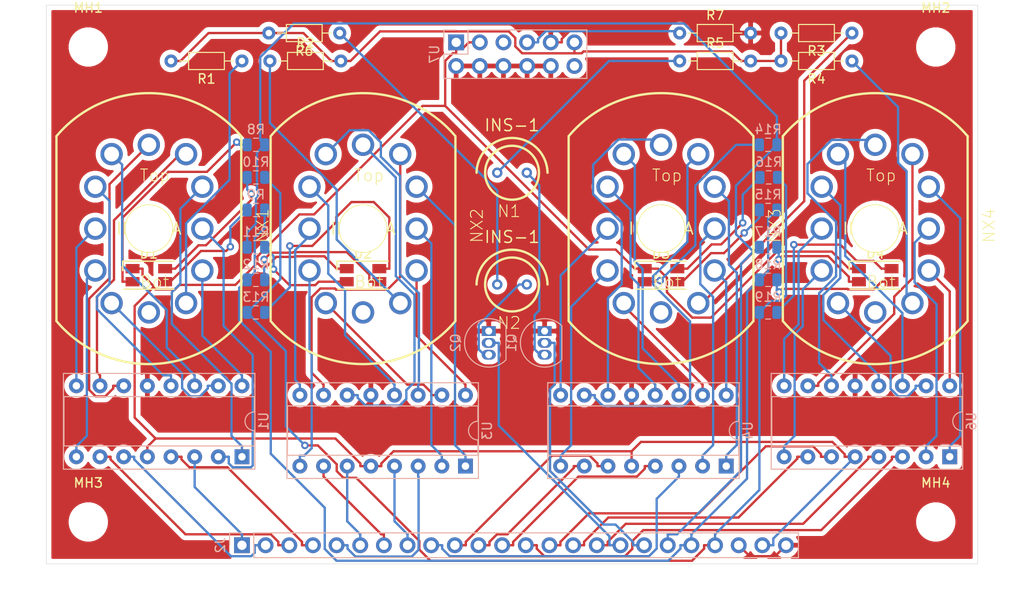
<source format=kicad_pcb>
(kicad_pcb (version 20240108) (generator "pcbnew") (generator_version "8.0")
  (layers (0 "F.Cu" signal) (31 "B.Cu" signal) (34 "B.Paste" user) (35 "F.Paste" user) (36 "B.SilkS" user "B.Silkscreen") (37 "F.SilkS" user "F.Silkscreen") (38 "B.Mask" user) (39 "F.Mask" user) (44 "Edge.Cuts" user))
  (net 0 "")
  (net 1 "GND")
  (net 2 "+5V")
  (net 3 "Net-(N1-PadA)")
  (net 4 "Net-(N1-PadK)")
  (net 5 "Net-(N2-PadK)")
  (net 6 "Net-(N2-PadA)")
  (net 7 "Net-(NX1-PadA)")
  (net 8 "Net-(NX1-Pad9)")
  (net 9 "Net-(NX1-Pad8)")
  (net 10 "Net-(NX1-Pad7)")
  (net 11 "Net-(NX1-Pad6)")
  (net 12 "Net-(NX1-Pad5)")
  (net 13 "Net-(NX1-Pad4)")
  (net 14 "Net-(NX1-Pad3)")
  (net 15 "Net-(NX1-Pad2)")
  (net 16 "Net-(NX1-Pad1)")
  (net 17 "Net-(NX1-Pad0)")
  (net 18 "Net-(NX2-Pad0)")
  (net 19 "Net-(NX2-Pad1)")
  (net 20 "Net-(NX2-Pad2)")
  (net 21 "Net-(NX2-Pad3)")
  (net 22 "Net-(NX2-Pad4)")
  (net 23 "Net-(NX2-Pad5)")
  (net 24 "Net-(NX2-Pad6)")
  (net 25 "Net-(NX2-Pad7)")
  (net 26 "Net-(NX2-Pad8)")
  (net 27 "Net-(NX2-Pad9)")
  (net 28 "Net-(NX2-PadA)")
  (net 29 "Net-(NX3-PadA)")
  (net 30 "Net-(NX3-Pad9)")
  (net 31 "Net-(NX3-Pad8)")
  (net 32 "Net-(NX3-Pad7)")
  (net 33 "Net-(NX3-Pad6)")
  (net 34 "Net-(NX3-Pad5)")
  (net 35 "Net-(NX3-Pad4)")
  (net 36 "Net-(NX3-Pad3)")
  (net 37 "Net-(NX3-Pad2)")
  (net 38 "Net-(NX3-Pad1)")
  (net 39 "Net-(NX3-Pad0)")
  (net 40 "Net-(NX4-Pad0)")
  (net 41 "Net-(NX4-Pad1)")
  (net 42 "Net-(NX4-Pad2)")
  (net 43 "Net-(NX4-Pad3)")
  (net 44 "Net-(NX4-Pad4)")
  (net 45 "Net-(NX4-Pad5)")
  (net 46 "Net-(NX4-Pad6)")
  (net 47 "Net-(NX4-Pad7)")
  (net 48 "Net-(NX4-Pad8)")
  (net 49 "Net-(NX4-Pad9)")
  (net 50 "Net-(NX4-PadA)")
  (net 51 "Net-(R1-Pad2)")
  (net 52 "Net-(R7-Pad1)")
  (net 53 "Net-(U7-Pad5)")
  (net 54 "Net-(U7-Pad12)")
  (net 55 "Net-(J2-Pad1)")
  (net 56 "Net-(J2-Pad2)")
  (net 57 "Net-(J2-Pad3)")
  (net 58 "Net-(J2-Pad4)")
  (net 59 "Net-(J2-Pad5)")
  (net 60 "Net-(J2-Pad6)")
  (net 61 "Net-(J2-Pad7)")
  (net 62 "Net-(J2-Pad8)")
  (net 63 "Net-(J2-Pad9)")
  (net 64 "Net-(J2-Pad10)")
  (net 65 "Net-(J2-Pad11)")
  (net 66 "Net-(J2-Pad12)")
  (net 67 "Net-(J2-Pad13)")
  (net 68 "Net-(J2-Pad14)")
  (net 69 "Net-(J2-Pad15)")
  (net 70 "Net-(J2-Pad16)")
  (net 71 "Net-(J2-Pad17)")
  (net 72 "Net-(J2-Pad18)")
  (net 73 "Net-(D1-Pad3)")
  (net 74 "Net-(D1-Pad4)")
  (net 75 "Net-(D1-Pad2)")
  (net 76 "Net-(D2-Pad2)")
  (net 77 "Net-(D2-Pad4)")
  (net 78 "Net-(D2-Pad3)")
  (net 79 "Net-(D3-Pad3)")
  (net 80 "Net-(D3-Pad4)")
  (net 81 "Net-(D3-Pad2)")
  (net 82 "Net-(D4-Pad2)")
  (net 83 "Net-(D4-Pad4)")
  (net 84 "Net-(D4-Pad3)")
  (net 85 "/R")
  (net 86 "/G")
  (net 87 "/B")
  (footprint "Nixies:INS-1" (layer "F.Cu") (at 150 68)
    (property "Reference" "N1")
    (property "Value" "INS-1")
  )
  (footprint "Nixies:INS-1" (layer "F.Cu") (at 150 80)
    (property "Reference" "N2")
    (property "Value" "INS-1")
  )
  (footprint "Resistor_THT:R_Axial_DIN0204_L3.6mm_D1.6mm_P7.62mm_Horizontal" (layer "F.Cu") (at 121 56 180)
    (property "Reference" "R1")
    (property "Value" "15k")
  )
  (footprint "Resistor_THT:R_Axial_DIN0204_L3.6mm_D1.6mm_P7.62mm_Horizontal" (layer "F.Cu") (at 186.5 53 180)
    (property "Reference" "R3")
    (property "Value" "15k")
  )
  (footprint "Resistor_THT:R_Axial_DIN0204_L3.6mm_D1.6mm_P7.62mm_Horizontal" (layer "F.Cu") (at 186.5 56 180)
    (property "Reference" "R4")
    (property "Value" "15k")
  )
  (footprint "Resistor_THT:R_Axial_DIN0204_L3.6mm_D1.6mm_P7.62mm_Horizontal" (layer "F.Cu") (at 168 56)
    (property "Reference" "R5")
    (property "Value" "220k")
  )
  (footprint "Resistor_THT:R_Axial_DIN0204_L3.6mm_D1.6mm_P7.62mm_Horizontal" (layer "F.Cu") (at 168 53)
    (property "Reference" "R7")
    (property "Value" "47k")
  )
  (footprint "LED_SMD:LED_RGB_1210" (layer "F.Cu") (at 111 79)
    (property "Reference" "D1")
    (property "Value" "LED_ARGB")
  )
  (footprint "LED_SMD:LED_RGB_1210" (layer "F.Cu") (at 134 79)
    (property "Reference" "D2")
    (property "Value" "LED_ARGB")
  )
  (footprint "LED_SMD:LED_RGB_1210" (layer "F.Cu") (at 166 79)
    (property "Reference" "D3")
    (property "Value" "LED_ARGB")
  )
  (footprint "LED_SMD:LED_RGB_1210" (layer "F.Cu") (at 189 79)
    (property "Reference" "D4")
    (property "Value" "LED_ARGB")
  )
  (footprint "Nixies:nixies-us-IN-12-DSUB" (layer "F.Cu") (at 111 74)
    (property "Reference" "NX1")
    (property "Value" "IN-12A")
  )
  (footprint "Nixies:nixies-us-IN-12-DSUB" (layer "F.Cu") (at 134 74)
    (property "Reference" "NX2")
    (property "Value" "IN-12A")
  )
  (footprint "Nixies:nixies-us-IN-12-DSUB" (layer "F.Cu") (at 189 74)
    (property "Reference" "NX4")
    (property "Value" "IN-12A")
  )
  (footprint "Nixies:nixies-us-IN-12-DSUB" (layer "F.Cu") (at 166 74)
    (property "Reference" "NX3")
    (property "Value" "IN-12A")
  )
  (footprint "Resistor_THT:R_Axial_DIN0204_L3.6mm_D1.6mm_P7.62mm_Horizontal" (layer "F.Cu") (at 131.5 53 180)
    (property "Reference" "R6")
    (property "Value" "220k")
  )
  (footprint "Resistor_THT:R_Axial_DIN0204_L3.6mm_D1.6mm_P7.62mm_Horizontal" (layer "F.Cu") (at 124 56)
    (property "Reference" "R2")
    (property "Value" "15k")
  )
  (footprint "MountingHole:MountingHole_3.2mm_M3" (layer "F.Cu") (at 195.5 54.5)
    (property "Reference" "MH2")
    (property "Value" "MountingHole_3.2mm_M3")
  )
  (footprint "MountingHole:MountingHole_3.2mm_M3" (layer "F.Cu") (at 195.5 105.5)
    (property "Reference" "MH4")
    (property "Value" "MountingHole_3.2mm_M3")
  )
  (footprint "MountingHole:MountingHole_3.2mm_M3" (layer "F.Cu") (at 104.5 105.5)
    (property "Reference" "MH3")
    (property "Value" "MountingHole_3.2mm_M3")
  )
  (footprint "MountingHole:MountingHole_3.2mm_M3" (layer "F.Cu") (at 104.5 54.5)
    (property "Reference" "MH1")
    (property "Value" "MountingHole_3.2mm_M3")
  )
  (footprint "Package_TO_SOT_THT:TO-92_Inline" (layer "B.Cu") (at 153.5 85 -90)
    (property "Reference" "Q1")
    (property "Value" "MPSA42")
  )
  (footprint "Package_TO_SOT_THT:TO-92_Inline" (layer "B.Cu") (at 147.5 85 -90)
    (property "Reference" "Q2")
    (property "Value" "MPSA42")
  )
  (footprint "Package_DIP:DIP-16_W7.62mm_Socket" (layer "B.Cu") (at 197 98.5 90)
    (property "Reference" "U6")
    (property "Value" "74141")
  )
  (footprint "Connector_PinHeader_2.54mm:PinHeader_2x06_P2.54mm_Vertical" (layer "B.Cu") (at 144 54 -90)
    (property "Reference" "U7")
    (property "Value" "POWER-1363")
  )
  (footprint "Resistor_SMD:R_0805_2012Metric" (layer "B.Cu") (at 177.5 65)
    (property "Reference" "R14")
    (property "Value" "100")
  )
  (footprint "Resistor_SMD:R_0805_2012Metric" (layer "B.Cu") (at 122.5 68.5)
    (property "Reference" "R10")
    (property "Value" "150")
  )
  (footprint "Resistor_SMD:R_0805_2012Metric" (layer "B.Cu") (at 122.5 76 180)
    (property "Reference" "R11")
    (property "Value" "100")
  )
  (footprint "Resistor_SMD:R_0805_2012Metric" (layer "B.Cu") (at 122.5 79.5 180)
    (property "Reference" "R12")
    (property "Value" "150")
  )
  (footprint "Resistor_SMD:R_0805_2012Metric" (layer "B.Cu") (at 122.5 83 180)
    (property "Reference" "R13")
    (property "Value" "150")
  )
  (footprint "Resistor_SMD:R_0805_2012Metric" (layer "B.Cu") (at 177.5 76 180)
    (property "Reference" "R17")
    (property "Value" "100")
  )
  (footprint "Resistor_SMD:R_0805_2012Metric" (layer "B.Cu") (at 177.5 79.5 180)
    (property "Reference" "R18")
    (property "Value" "150")
  )
  (footprint "Resistor_SMD:R_0805_2012Metric" (layer "B.Cu") (at 177.5 83 180)
    (property "Reference" "R19")
    (property "Value" "150")
  )
  (footprint "Connector_PinHeader_2.54mm:PinHeader_1x24_P2.54mm_Vertical" (layer "B.Cu") (at 121 108 -90)
    (property "Reference" "J2")
    (property "Value" "Conn_01x24_Male")
  )
  (footprint "Resistor_SMD:R_0805_2012Metric" (layer "B.Cu") (at 177.562 68.5)
    (property "Reference" "R16")
    (property "Value" "150")
  )
  (footprint "Resistor_SMD:R_0805_2012Metric" (layer "B.Cu") (at 177.5 72)
    (property "Reference" "R15")
    (property "Value" "150")
  )
  (footprint "Resistor_SMD:R_0805_2012Metric" (layer "B.Cu") (at 122.5 72)
    (property "Reference" "R9")
    (property "Value" "150")
  )
  (footprint "Resistor_SMD:R_0805_2012Metric" (layer "B.Cu") (at 122.5 65)
    (property "Reference" "R8")
    (property "Value" "100")
  )
  (footprint "Package_DIP:DIP-16_W7.62mm_Socket" (layer "B.Cu") (at 121 98.5 90)
    (property "Reference" "U1")
    (property "Value" "74141")
  )
  (footprint "Package_DIP:DIP-16_W7.62mm_Socket" (layer "B.Cu") (at 145 99.5 90)
    (property "Reference" "U3")
    (property "Value" "74141")
  )
  (footprint "Package_DIP:DIP-16_W7.62mm_Socket" (layer "B.Cu") (at 173 99.5 90)
    (property "Reference" "U4")
    (property "Value" "74141")
  )
  (gr_line (start 100 110) (end 100 50) (stroke (width 0.05)) (layer "Edge.Cuts"))
  (gr_line (start 200 50) (end 200 110) (stroke (width 0.05)) (layer "Edge.Cuts"))
  (gr_line (start 100 50) (end 200 50) (stroke (width 0.05)) (layer "Edge.Cuts"))
  (gr_line (start 100 110) (end 200 110) (stroke (width 0.05)) (layer "Edge.Cuts"))
  (segment (start 178.570001 108.849999) (end 179.42 108) (width 0.25) (layer "F.Cu") (net 1))
  (segment (start 154.16 54) (end 155.3353 54) (width 0.25) (layer "F.Cu") (net 1))
  (segment (start 174.34 108) (end 175.515001 109.175001) (width 0.25) (layer "F.Cu") (net 1))
  (segment (start 155.3353 53.6327) (end 156.9933 51.9747) (width 0.25) (layer "F.Cu") (net 1))
  (segment (start 173.5694 51.9747) (end 174.5947 53) (width 0.25) (layer "F.Cu") (net 1))
  (segment (start 178.244999 109.175001) (end 178.570001 108.849999) (width 0.25) (layer "F.Cu") (net 1))
  (segment (start 135.4027 91.88) (end 134.268 93.0147) (width 0.25) (layer "F.Cu") (net 1))
  (segment (start 155.3353 54) (end 155.3353 53.6327) (width 0.25) (layer "F.Cu") (net 1))
  (segment (start 134.84 91.88) (end 135.4027 91.88) (width 0.25) (layer "F.Cu") (net 1))
  (segment (start 175.515001 109.175001) (end 178.244999 109.175001) (width 0.25) (layer "F.Cu") (net 1))
  (segment (start 175.62 53) (end 174.5947 53) (width 0.25) (layer "F.Cu") (net 1))
  (segment (start 156.9933 51.9747) (end 173.5694 51.9747) (width 0.25) (layer "F.Cu") (net 1))
  (segment (start 169.3585 83.5587) (end 171.362 83.5587) (width 0.25) (layer "F.Cu") (net 2))
  (segment (start 113.8061 80.5354) (end 114.296 80.0455) (width 0.25) (layer "F.Cu") (net 2))
  (segment (start 161.1238 76.2491) (end 163.1747 78.3) (width 0.25) (layer "F.Cu") (net 2))
  (segment (start 122.6513 77.6866) (end 122.6513 76.9949) (width 0.25) (layer "F.Cu") (net 2))
  (segment (start 127.1705 72.4757) (end 128.7418 72.4757) (width 0.25) (layer "F.Cu") (net 2))
  (segment (start 184.3447 76.47) (end 186.1747 78.3) (width 0.25) (layer "F.Cu") (net 2))
  (segment (start 146.54 54) (end 145.3647 54) (width 0.25) (layer "F.Cu") (net 2))
  (segment (start 111.4809 80.1421) (end 110.3253 78.9865) (width 0.25) (layer "F.Cu") (net 2))
  (segment (start 109.25 78.3) (end 110.3253 78.3) (width 0.25) (layer "F.Cu") (net 2))
  (segment (start 178.4507 76.47) (end 184.3447 76.47) (width 0.25) (layer "F.Cu") (net 2))
  (segment (start 109.4757 94.2898) (end 109.4757 82.3053) (width 0.25) (layer "F.Cu") (net 2))
  (segment (start 158.2492 76.2491) (end 161.1238 76.2491) (width 0.25) (layer "F.Cu") (net 2))
  (segment (start 111.7241 96.5382) (end 109.4757 94.2898) (width 0.25) (layer "F.Cu") (net 2))
  (segment (start 134.84 99.5) (end 135.9653 99.5) (width 0.25) (layer "F.Cu") (net 2))
  (segment (start 144 54.5876) (end 144 55.1753) (width 0.25) (layer "F.Cu") (net 2))
  (segment (start 109.4757 82.3053) (end 111.4809 80.3001) (width 0.25) (layer "F.Cu") (net 2))
  (segment (start 162.84 97.9078) (end 162.84 98.3747) (width 0.25) (layer "F.Cu") (net 2))
  (segment (start 124.6872 77.0367) (end 123.6583 78.0656) (width 0.25) (layer "F.Cu") (net 2))
  (segment (start 171.362 83.5587) (end 178.4507 76.47) (width 0.25) (layer "F.Cu") (net 2))
  (segment (start 137.2762 97.9078) (end 135.9653 99.2187) (width 0.25) (layer "F.Cu") (net 2))
  (segment (start 142.8237 60.8236) (end 142.8237 55.9843) (width 0.25) (layer "F.Cu") (net 2))
  (segment (start 133.7147 99.5) (end 133.7147 99.2187) (width 0.25) (layer "F.Cu") (net 2))
  (segment (start 166.6357 79.2813) (end 166.6357 80.8359) (width 0.25) (layer "F.Cu") (net 2))
  (segment (start 186.84 98.5) (end 185.7147 98.5) (width 0.25) (layer "F.Cu") (net 2))
  (segment (start 165.6544 78.3) (end 166.6357 79.2813) (width 0.25) (layer "F.Cu") (net 2))
  (segment (start 111.7162 80.5354) (end 113.8061 80.5354) (width 0.25) (layer "F.Cu") (net 2))
  (segment (start 162.84 97.9078) (end 163.8432 96.9046) (width 0.25) (layer "F.Cu") (net 2))
  (segment (start 143.6327 55.1753) (end 144 55.1753) (width 0.25) (layer "F.Cu") (net 2))
  (segment (start 142.8237 55.9843) (end 143.6327 55.1753) (width 0.25) (layer "F.Cu") (net 2))
  (segment (start 162.84 99.5) (end 162.84 98.3747) (width 0.25) (layer "F.Cu") (net 2))
  (segment (start 187.25 78.3) (end 186.1747 78.3) (width 0.25) (layer "F.Cu") (net 2))
  (segment (start 134.84 99.5) (end 133.7147 99.5) (width 0.25) (layer "F.Cu") (net 2))
  (segment (start 140.3939 60.8236) (end 142.8237 60.8236) (width 0.25) (layer "F.Cu") (net 2))
  (segment (start 126.6917 76.9728) (end 126.6278 77.0367) (width 0.25) (layer "F.Cu") (net 2))
  (segment (start 163.8432 96.9046) (end 184.4006 96.9046) (width 0.25) (layer "F.Cu") (net 2))
  (segment (start 126.6278 77.0367) (end 124.6872 77.0367) (width 0.25) (layer "F.Cu") (net 2))
  (segment (start 131.1747 78.3) (end 129.8475 76.9728) (width 0.25) (layer "F.Cu") (net 2))
  (segment (start 111.7241 96.5382) (end 110.84 97.4223) (width 0.25) (layer "F.Cu") (net 2))
  (segment (start 166.6357 80.8359) (end 169.3585 83.5587) (width 0.25) (layer "F.Cu") (net 2))
  (segment (start 132.25 78.3) (end 131.1747 78.3) (width 0.25) (layer "F.Cu") (net 2))
  (segment (start 185.7147 98.2187) (end 185.7147 98.5) (width 0.25) (layer "F.Cu") (net 2))
  (segment (start 135.9653 99.2187) (end 135.9653 99.5) (width 0.25) (layer "F.Cu") (net 2))
  (segment (start 123.6583 78.0656) (end 123.0303 78.0656) (width 0.25) (layer "F.Cu") (net 2))
  (segment (start 144 54) (end 144 54.5876) (width 0.25) (layer "F.Cu") (net 2))
  (segment (start 129.8475 76.9728) (end 126.6917 76.9728) (width 0.25) (layer "F.Cu") (net 2))
  (segment (start 165.3253 78.3) (end 165.6544 78.3) (width 0.25) (layer "F.Cu") (net 2))
  (segment (start 114.296 80.0455) (end 120.2924 80.0455) (width 0.25) (layer "F.Cu") (net 2))
  (segment (start 133.7147 99.2187) (end 131.0342 96.5382) (width 0.25) (layer "F.Cu") (net 2))
  (segment (start 111.4809 80.3001) (end 111.4809 80.1421) (width 0.25) (layer "F.Cu") (net 2))
  (segment (start 111.4809 80.3001) (end 111.7162 80.5354) (width 0.25) (layer "F.Cu") (net 2))
  (segment (start 164.25 78.3) (end 165.3253 78.3) (width 0.25) (layer "F.Cu") (net 2))
  (segment (start 110.3253 78.9865) (end 110.3253 78.3) (width 0.25) (layer "F.Cu") (net 2))
  (segment (start 184.4006 96.9046) (end 185.7147 98.2187) (width 0.25) (layer "F.Cu") (net 2))
  (segment (start 123.0303 78.0656) (end 122.6513 77.6866) (width 0.25) (layer "F.Cu") (net 2))
  (segment (start 131.0342 96.5382) (end 111.7241 96.5382) (width 0.25) (layer "F.Cu") (net 2))
  (segment (start 164.25 78.3) (end 163.1747 78.3) (width 0.25) (layer "F.Cu") (net 2))
  (segment (start 162.84 97.9078) (end 137.2762 97.9078) (width 0.25) (layer "F.Cu") (net 2))
  (segment (start 144 54.5876) (end 144.7771 54.5876) (width 0.25) (layer "F.Cu") (net 2))
  (segment (start 110.84 98.5) (end 110.84 97.4223) (width 0.25) (layer "F.Cu") (net 2))
  (segment (start 120.2924 80.0455) (end 122.6513 77.6866) (width 0.25) (layer "F.Cu") (net 2))
  (segment (start 128.7418 72.4757) (end 140.3939 60.8236) (width 0.25) (layer "F.Cu") (net 2))
  (segment (start 142.8237 60.8236) (end 158.2492 76.2491) (width 0.25) (layer "F.Cu") (net 2))
  (segment (start 122.6513 76.9949) (end 127.1705 72.4757) (width 0.25) (layer "F.Cu") (net 2))
  (segment (start 144.7771 54.5876) (end 145.3647 54) (width 0.25) (layer "F.Cu") (net 2))
  (segment (start 178.0553 107.2847) (end 186.84 98.5) (width 0.25) (layer "B.Cu") (net 2))
  (segment (start 176.88 108) (end 178.0553 108) (width 0.25) (layer "B.Cu") (net 2))
  (segment (start 178.0553 108) (end 178.0553 107.2847) (width 0.25) (layer "B.Cu") (net 2))
  (segment (start 168 56) (end 160.4125 56) (width 0.25) (layer "B.Cu") (net 3))
  (segment (start 160.4125 56) (end 148.4125 68) (width 0.25) (layer "B.Cu") (net 3))
  (segment (start 152.4246 83.2809) (end 152.9355 82.77) (width 0.25) (layer "B.Cu") (net 4))
  (segment (start 153.225 87.54) (end 153.5 87.54) (width 0.25) (layer "B.Cu") (net 4))
  (segment (start 153.225 87.54) (end 153 87.54) (width 0.25) (layer "B.Cu") (net 4))
  (segment (start 152.9355 82.77) (end 152.9355 69.348) (width 0.25) (layer "B.Cu") (net 4))
  (segment (start 152.9355 69.348) (end 151.5875 68) (width 0.25) (layer "B.Cu") (net 4))
  (segment (start 152.4246 86.9646) (end 152.4246 83.2809) (width 0.25) (layer "B.Cu") (net 4))
  (segment (start 153 87.54) (end 152.4246 86.9646) (width 0.25) (layer "B.Cu") (net 4))
  (segment (start 147 87.54) (end 146.4246 86.9646) (width 0.25) (layer "B.Cu") (net 5))
  (segment (start 147.225 87.54) (end 147 87.54) (width 0.25) (layer "B.Cu") (net 5))
  (segment (start 147.225 87.54) (end 147.5 87.54) (width 0.25) (layer "B.Cu") (net 5))
  (segment (start 150.7645 80) (end 151.5875 80) (width 0.25) (layer "B.Cu") (net 5))
  (segment (start 146.4246 84.3399) (end 150.7645 80) (width 0.25) (layer "B.Cu") (net 5))
  (segment (start 146.4246 86.9646) (end 146.4246 84.3399) (width 0.25) (layer "B.Cu") (net 5))
  (segment (start 148.4125 69.9125) (end 148.4125 80) (width 0.25) (layer "B.Cu") (net 6))
  (segment (start 131.5 53) (end 148.4125 69.9125) (width 0.25) (layer "B.Cu") (net 6))
  (segment (start 119.6712 68.7469) (end 119.6712 57.3288) (width 0.25) (layer "B.Cu") (net 7))
  (segment (start 114.998 81.9985) (end 114.998 73.4201) (width 0.25) (layer "B.Cu") (net 7))
  (segment (start 119.6712 57.3288) (end 121 56) (width 0.25) (layer "B.Cu") (net 7))
  (segment (start 114.998 73.4201) (end 119.6712 68.7469) (width 0.25) (layer "B.Cu") (net 7))
  (segment (start 119.0277 84.452) (end 119.0277 76.2797) (width 0.25) (layer "B.Cu") (net 8))
  (segment (start 122.1541 99.438) (end 122.1541 87.5784) (width 0.25) (layer "B.Cu") (net 8))
  (segment (start 119.5853 99.2033) (end 120.0074 99.6254) (width 0.25) (layer "B.Cu") (net 8))
  (segment (start 119.0277 76.2797) (end 116.748 74) (width 0.25) (layer "B.Cu") (net 8))
  (segment (start 122.1541 87.5784) (end 119.0277 84.452) (width 0.25) (layer "B.Cu") (net 8))
  (segment (start 118.46 98.5) (end 119.5853 98.5) (width 0.25) (layer "B.Cu") (net 8))
  (segment (start 121.9667 99.6254) (end 122.1541 99.438) (width 0.25) (layer "B.Cu") (net 8))
  (segment (start 119.5853 98.5) (end 119.5853 99.2033) (width 0.25) (layer "B.Cu") (net 8))
  (segment (start 120.0074 99.6254) (end 121.9667 99.6254) (width 0.25) (layer "B.Cu") (net 8))
  (segment (start 113.4737 80.8253) (end 114.388 79.911) (width 0.25) (layer "B.Cu") (net 9))
  (segment (start 113.4737 84.2514) (end 113.4737 80.8253) (width 0.25) (layer "B.Cu") (net 9))
  (segment (start 119.8747 96.2494) (end 119.8747 90.6524) (width 0.25) (layer "B.Cu") (net 9))
  (segment (start 114.388 71.8617) (end 116.748 69.5017) (width 0.25) (layer "B.Cu") (net 9))
  (segment (start 114.388 79.911) (end 114.388 71.8617) (width 0.25) (layer "B.Cu") (net 9))
  (segment (start 121 98.5) (end 121 97.3747) (width 0.25) (layer "B.Cu") (net 9))
  (segment (start 119.8747 90.6524) (end 113.4737 84.2514) (width 0.25) (layer "B.Cu") (net 9))
  (segment (start 121 97.3747) (end 119.8747 96.2494) (width 0.25) (layer "B.Cu") (net 9))
  (segment (start 114.3601 66.0015) (end 114.998 66.0015) (width 0.25) (layer "F.Cu") (net 10))
  (segment (start 105.76 89.7547) (end 105.4319 89.4266) (width 0.25) (layer "F.Cu") (net 10))
  (segment (start 105.4319 89.4266) (end 105.4319 81.3135) (width 0.25) (layer "F.Cu") (net 10))
  (segment (start 107.2581 79.4873) (end 107.2581 73.1035) (width 0.25) (layer "F.Cu") (net 10))
  (segment (start 105.4319 81.3135) (end 107.2581 79.4873) (width 0.25) (layer "F.Cu") (net 10))
  (segment (start 105.76 90.88) (end 105.76 89.7547) (width 0.25) (layer "F.Cu") (net 10))
  (segment (start 107.2581 73.1035) (end 114.3601 66.0015) (width 0.25) (layer "F.Cu") (net 10))
  (segment (start 105.2953 92.0164) (end 104.5907 91.3118) (width 0.25) (layer "F.Cu") (net 11))
  (segment (start 106.7763 79.3322) (end 106.7763 69.2245) (width 0.25) (layer "F.Cu") (net 11))
  (segment (start 104.5907 81.5178) (end 106.7763 79.3322) (width 0.25) (layer "F.Cu") (net 11))
  (segment (start 106.7763 69.2245) (end 111 65.0008) (width 0.25) (layer "F.Cu") (net 11))
  (segment (start 107.1747 91.1613) (end 106.3196 92.0164) (width 0.25) (layer "F.Cu") (net 11))
  (segment (start 104.5907 91.3118) (end 104.5907 81.5178) (width 0.25) (layer "F.Cu") (net 11))
  (segment (start 108.3 90.88) (end 107.1747 90.88) (width 0.25) (layer "F.Cu") (net 11))
  (segment (start 107.1747 90.88) (end 107.1747 91.1613) (width 0.25) (layer "F.Cu") (net 11))
  (segment (start 106.3196 92.0164) (end 105.2953 92.0164) (width 0.25) (layer "F.Cu") (net 11))
  (segment (start 108.1308 67.1303) (end 107.002 66.0015) (width 0.25) (layer "B.Cu") (net 12))
  (segment (start 112.925 82.7396) (end 108.1308 77.9454) (width 0.25) (layer "B.Cu") (net 12))
  (segment (start 115.92 89.7547) (end 112.925 86.7597) (width 0.25) (layer "B.Cu") (net 12))
  (segment (start 108.1308 77.9454) (end 108.1308 67.1303) (width 0.25) (layer "B.Cu") (net 12))
  (segment (start 115.92 90.88) (end 115.92 89.7547) (width 0.25) (layer "B.Cu") (net 12))
  (segment (start 112.925 86.7597) (end 112.925 82.7396) (width 0.25) (layer "B.Cu") (net 12))
  (segment (start 113.38 89.7547) (end 112.536 89.7547) (width 0.25) (layer "B.Cu") (net 13))
  (segment (start 105.4319 81.3135) (end 106.7765 79.9689) (width 0.25) (layer "B.Cu") (net 13))
  (segment (start 112.536 89.7547) (end 105.4319 82.6506) (width 0.25) (layer "B.Cu") (net 13))
  (segment (start 113.38 90.88) (end 113.38 89.7547) (width 0.25) (layer "B.Cu") (net 13))
  (segment (start 106.7765 71.0262) (end 105.252 69.5017) (width 0.25) (layer "B.Cu") (net 13))
  (segment (start 105.4319 82.6506) (end 105.4319 81.3135) (width 0.25) (layer "B.Cu") (net 13))
  (segment (start 106.7765 79.9689) (end 106.7765 71.0262) (width 0.25) (layer "B.Cu") (net 13))
  (segment (start 103.22 90.88) (end 103.22 76.032) (width 0.25) (layer "B.Cu") (net 14))
  (segment (start 103.22 76.032) (end 105.252 74) (width 0.25) (layer "B.Cu") (net 14))
  (segment (start 103.22 97.3747) (end 104.3453 96.2494) (width 0.25) (layer "B.Cu") (net 15))
  (segment (start 104.3453 96.2494) (end 104.3453 79.405) (width 0.25) (layer "B.Cu") (net 15))
  (segment (start 103.22 98.5) (end 103.22 97.3747) (width 0.25) (layer "B.Cu") (net 15))
  (segment (start 104.3453 79.405) (end 105.252 78.4983) (width 0.25) (layer "B.Cu") (net 15))
  (segment (start 118.46 90.88) (end 117.3347 90.88) (width 0.25) (layer "B.Cu") (net 16))
  (segment (start 114.5761 91.1372) (end 114.5761 89.5726) (width 0.25) (layer "B.Cu") (net 16))
  (segment (start 114.5761 89.5726) (end 107.002 81.9985) (width 0.25) (layer "B.Cu") (net 16))
  (segment (start 115.4553 92.0164) (end 114.5761 91.1372) (width 0.25) (layer "B.Cu") (net 16))
  (segment (start 117.3347 91.1613) (end 116.4796 92.0164) (width 0.25) (layer "B.Cu") (net 16))
  (segment (start 116.4796 92.0164) (end 115.4553 92.0164) (width 0.25) (layer "B.Cu") (net 16))
  (segment (start 117.3347 90.88) (end 117.3347 91.1613) (width 0.25) (layer "B.Cu") (net 16))
  (segment (start 121 90.88) (end 121 89.7547) (width 0.25) (layer "B.Cu") (net 17))
  (segment (start 121 89.7547) (end 116.748 85.5027) (width 0.25) (layer "B.Cu") (net 17))
  (segment (start 116.748 85.5027) (end 116.748 78.4983) (width 0.25) (layer "B.Cu") (net 17))
  (segment (start 139.748 78.4983) (end 139.748 85.5027) (width 0.25) (layer "F.Cu") (net 18))
  (segment (start 139.748 85.5027) (end 145 90.7547) (width 0.25) (layer "F.Cu") (net 18))
  (segment (start 145 91.88) (end 145 90.7547) (width 0.25) (layer "F.Cu") (net 18))
  (segment (start 142.46 91.88) (end 141.3347 91.88) (width 0.25) (layer "F.Cu") (net 19))
  (segment (start 140.4908 90.7547) (end 141.3347 91.5986) (width 0.25) (layer "F.Cu") (net 19))
  (segment (start 141.3347 91.5986) (end 141.3347 91.88) (width 0.25) (layer "F.Cu") (net 19))
  (segment (start 130.002 81.9985) (end 138.7582 90.7547) (width 0.25) (layer "F.Cu") (net 19))
  (segment (start 138.7582 90.7547) (end 140.4908 90.7547) (width 0.25) (layer "F.Cu") (net 19))
  (segment (start 127.22 98.3747) (end 127.6929 98.3747) (width 0.25) (layer "B.Cu") (net 20))
  (segment (start 128.4859 87.4768) (end 128.252 87.2429) (width 0.25) (layer "B.Cu") (net 20))
  (segment (start 127.6929 98.3747) (end 128.4859 97.5817) (width 0.25) (layer "B.Cu") (net 20))
  (segment (start 128.252 87.2429) (end 128.252 78.4983) (width 0.25) (layer "B.Cu") (net 20))
  (segment (start 127.22 99.5) (end 127.22 98.3747) (width 0.25) (layer "B.Cu") (net 20))
  (segment (start 128.4859 97.5817) (end 128.4859 87.4768) (width 0.25) (layer "B.Cu") (net 20))
  (segment (start 126.7155 90.2502) (end 126.7155 76.3121) (width 0.25) (layer "B.Cu") (net 21))
  (segment (start 126.7155 76.3121) (end 128.252 74.7756) (width 0.25) (layer "B.Cu") (net 21))
  (segment (start 128.252 74.7756) (end 128.252 74) (width 0.25) (layer "B.Cu") (net 21))
  (segment (start 127.22 91.88) (end 127.22 90.7547) (width 0.25) (layer "B.Cu") (net 21))
  (segment (start 127.22 90.7547) (end 126.7155 90.2502) (width 0.25) (layer "B.Cu") (net 21))
  (segment (start 130.267 71.5167) (end 128.252 69.5017) (width 0.25) (layer "B.Cu") (net 22))
  (segment (start 137.38 91.88) (end 137.38 90.7547) (width 0.25) (layer "B.Cu") (net 22))
  (segment (start 137.38 90.7547) (end 132.071 85.4457) (width 0.25) (layer "B.Cu") (net 22))
  (segment (start 132.071 80.6389) (end 130.267 78.8349) (width 0.25) (layer "B.Cu") (net 22))
  (segment (start 130.267 78.8349) (end 130.267 71.5167) (width 0.25) (layer "B.Cu") (net 22))
  (segment (start 132.071 85.4457) (end 132.071 80.6389) (width 0.25) (layer "B.Cu") (net 22))
  (segment (start 135.9146 64.7522) (end 135.9146 66.2785) (width 0.25) (layer "B.Cu") (net 23))
  (segment (start 137.9738 68.3377) (end 137.9738 78.9135) (width 0.25) (layer "B.Cu") (net 23))
  (segment (start 134.5936 63.4312) (end 135.9146 64.7522) (width 0.25) (layer "B.Cu") (net 23))
  (segment (start 135.9146 66.2785) (end 137.9738 68.3377) (width 0.25) (layer "B.Cu") (net 23))
  (segment (start 140.0037 80.9434) (end 140.0037 90.671) (width 0.25) (layer "B.Cu") (net 23))
  (segment (start 140.0037 90.671) (end 139.92 90.7547) (width 0.25) (layer "B.Cu") (net 23))
  (segment (start 132.5723 63.4312) (end 134.5936 63.4312) (width 0.25) (layer "B.Cu") (net 23))
  (segment (start 139.92 91.88) (end 139.92 90.7547) (width 0.25) (layer "B.Cu") (net 23))
  (segment (start 130.002 66.0015) (end 132.5723 63.4312) (width 0.25) (layer "B.Cu") (net 23))
  (segment (start 137.9738 78.9135) (end 140.0037 80.9434) (width 0.25) (layer "B.Cu") (net 23))
  (segment (start 137.5235 68.5243) (end 137.5235 79.1002) (width 0.25) (layer "B.Cu") (net 24))
  (segment (start 134.2692 93.0053) (end 133.4253 92.1614) (width 0.25) (layer "B.Cu") (net 24))
  (segment (start 139.526 90.4738) (end 138.65 91.3498) (width 0.25) (layer "B.Cu") (net 24))
  (segment (start 138.65 91.3498) (end 138.65 92.2811) (width 0.25) (layer "B.Cu") (net 24))
  (segment (start 139.526 81.1027) (end 139.526 90.4738) (width 0.25) (layer "B.Cu") (net 24))
  (segment (start 137.5235 79.1002) (end 139.526 81.1027) (width 0.25) (layer "B.Cu") (net 24))
  (segment (start 133.4253 92.1614) (end 133.4253 91.88) (width 0.25) (layer "B.Cu") (net 24))
  (segment (start 132.3 91.88) (end 133.4253 91.88) (width 0.25) (layer "B.Cu") (net 24))
  (segment (start 138.65 92.2811) (end 137.9258 93.0053) (width 0.25) (layer "B.Cu") (net 24))
  (segment (start 137.9258 93.0053) (end 134.2692 93.0053) (width 0.25) (layer "B.Cu") (net 24))
  (segment (start 134 65.0008) (end 137.5235 68.5243) (width 0.25) (layer "B.Cu") (net 24))
  (segment (start 137.998 66.0015) (end 137.998 79.1727) (width 0.25) (layer "F.Cu") (net 25))
  (segment (start 128.4754 81.3694) (end 128.4754 89.4701) (width 0.25) (layer "F.Cu") (net 25))
  (segment (start 137.998 79.1727) (end 136.6209 80.5498) (width 0.25) (layer "F.Cu") (net 25))
  (segment (start 131.0956 80.5498) (end 130.9719 80.4261) (width 0.25) (layer "F.Cu") (net 25))
  (segment (start 130.9719 80.4261) (end 129.4187 80.4261) (width 0.25) (layer "F.Cu") (net 25))
  (segment (start 129.76 91.88) (end 129.76 90.7547) (width 0.25) (layer "F.Cu") (net 25))
  (segment (start 128.4754 89.4701) (end 129.76 90.7547) (width 0.25) (layer "F.Cu") (net 25))
  (segment (start 129.4187 80.4261) (end 128.4754 81.3694) (width 0.25) (layer "F.Cu") (net 25))
  (segment (start 136.6209 80.5498) (end 131.0956 80.5498) (width 0.25) (layer "F.Cu") (net 25))
  (segment (start 143.8747 97.2494) (end 145 98.3747) (width 0.25) (layer "B.Cu") (net 26))
  (segment (start 143.8747 73.6284) (end 143.8747 97.2494) (width 0.25) (layer "B.Cu") (net 26))
  (segment (start 145 99.5) (end 145 98.3747) (width 0.25) (layer "B.Cu") (net 26))
  (segment (start 139.748 69.5017) (end 143.8747 73.6284) (width 0.25) (layer "B.Cu") (net 26))
  (segment (start 142.46 99.5) (end 142.46 98.3747) (width 0.25) (layer "B.Cu") (net 27))
  (segment (start 141.3347 75.5867) (end 141.3347 97.2494) (width 0.25) (layer "B.Cu") (net 27))
  (segment (start 139.748 74) (end 141.3347 75.5867) (width 0.25) (layer "B.Cu") (net 27))
  (segment (start 141.3347 97.2494) (end 142.46 98.3747) (width 0.25) (layer "B.Cu") (net 27))
  (segment (start 137.998 81.9985) (end 131.1739 75.1744) (width 0.25) (layer "B.Cu") (net 28))
  (segment (start 124 62.6426) (end 124 56) (width 0.25) (layer "B.Cu") (net 28))
  (segment (start 131.1739 69.8165) (end 124 62.6426) (width 0.25) (layer "B.Cu") (net 28))
  (segment (start 131.1739 75.1744) (end 131.1739 69.8165) (width 0.25) (layer "B.Cu") (net 28))
  (segment (start 181.3761 71.0481) (end 170.4257 81.9985) (width 0.25) (layer "F.Cu") (net 29))
  (segment (start 170.4257 81.9985) (end 169.998 81.9985) (width 0.25) (layer "F.Cu") (net 29))
  (segment (start 186.5 53) (end 181.3761 58.1239) (width 0.25) (layer "F.Cu") (net 29))
  (segment (start 181.3761 58.1239) (end 181.3761 71.0481) (width 0.25) (layer "F.Cu") (net 29))
  (segment (start 171.5916 97.2431) (end 171.5916 81.3371) (width 0.25) (layer "B.Cu") (net 30))
  (segment (start 170.46 98.3747) (end 171.5916 97.2431) (width 0.25) (layer "B.Cu") (net 30))
  (segment (start 171.5916 81.3371) (end 170.2173 79.9628) (width 0.25) (layer "B.Cu") (net 30))
  (segment (start 170.46 99.5) (end 170.46 98.3747) (width 0.25) (layer "B.Cu") (net 30))
  (segment (start 170.2173 79.9628) (end 170.2173 75.5307) (width 0.25) (layer "B.Cu") (net 30))
  (segment (start 170.2173 75.5307) (end 171.748 74) (width 0.25) (layer "B.Cu") (net 30))
  (segment (start 171.748 69.5017) (end 173.2885 71.0422) (width 0.25) (layer "B.Cu") (net 31))
  (segment (start 173.2885 71.0422) (end 173.2885 77.883) (width 0.25) (layer "B.Cu") (net 31))
  (segment (start 174.1369 78.7314) (end 174.1369 97.2378) (width 0.25) (layer "B.Cu") (net 31))
  (segment (start 173.2885 77.883) (end 174.1369 78.7314) (width 0.25) (layer "B.Cu") (net 31))
  (segment (start 174.1369 97.2378) (end 173 98.3747) (width 0.25) (layer "B.Cu") (net 31))
  (segment (start 173 99.5) (end 173 98.3747) (width 0.25) (layer "B.Cu") (net 31))
  (segment (start 168.8358 67.1637) (end 169.998 66.0015) (width 0.25) (layer "B.Cu") (net 32))
  (segment (start 157.76 91.88) (end 158.8853 91.88) (width 0.25) (layer "B.Cu") (net 32))
  (segment (start 168.8358 75.4221) (end 168.8358 67.1637) (width 0.25) (layer "B.Cu") (net 32))
  (segment (start 168.4017 93.0461) (end 169.1161 92.3317) (width 0.25) (layer "B.Cu") (net 32))
  (segment (start 169.1161 92.3317) (end 169.1161 83.9596) (width 0.25) (layer "B.Cu") (net 32))
  (segment (start 169.1161 83.9596) (end 165.1443 79.9878) (width 0.25) (layer "B.Cu") (net 32))
  (segment (start 159.7701 93.0461) (end 168.4017 93.0461) (width 0.25) (layer "B.Cu") (net 32))
  (segment (start 165.1443 79.9878) (end 165.1443 79.1136) (width 0.25) (layer "B.Cu") (net 32))
  (segment (start 158.8853 91.88) (end 158.8853 92.1613) (width 0.25) (layer "B.Cu") (net 32))
  (segment (start 158.8853 92.1613) (end 159.7701 93.0461) (width 0.25) (layer "B.Cu") (net 32))
  (segment (start 165.1443 79.1136) (end 168.8358 75.4221) (width 0.25) (layer "B.Cu") (net 32))
  (segment (start 160.3 81.4455) (end 161.7763 79.9692) (width 0.25) (layer "B.Cu") (net 33))
  (segment (start 160.3 91.88) (end 160.3 81.4455) (width 0.25) (layer "B.Cu") (net 33))
  (segment (start 161.7763 73.3559) (end 158.7011 70.2807) (width 0.25) (layer "B.Cu") (net 33))
  (segment (start 161.7763 79.9692) (end 161.7763 73.3559) (width 0.25) (layer "B.Cu") (net 33))
  (segment (start 165.4299 64.4307) (end 166 65.0008) (width 0.25) (layer "B.Cu") (net 33))
  (segment (start 158.7011 67.1443) (end 161.4147 64.4307) (width 0.25) (layer "B.Cu") (net 33))
  (segment (start 161.4147 64.4307) (end 165.4299 64.4307) (width 0.25) (layer "B.Cu") (net 33))
  (segment (start 158.7011 70.2807) (end 158.7011 67.1443) (width 0.25) (layer "B.Cu") (net 33))
  (segment (start 162.002 66.0015) (end 163.1733 67.1728) (width 0.25) (layer "B.Cu") (net 34))
  (segment (start 163.1733 67.1728) (end 163.1733 77.4906) (width 0.25) (layer "B.Cu") (net 34))
  (segment (start 164.0255 86.8602) (end 167.92 90.7547) (width 0.25) (layer "B.Cu") (net 34))
  (segment (start 163.1733 77.4906) (end 164.0255 78.3428) (width 0.25) (layer "B.Cu") (net 34))
  (segment (start 167.92 91.88) (end 167.92 90.7547) (width 0.25) (layer "B.Cu") (net 34))
  (segment (start 164.0255 78.3428) (end 164.0255 86.8602) (width 0.25) (layer "B.Cu") (net 34))
  (segment (start 163.5752 88.9499) (end 165.38 90.7547) (width 0.25) (layer "B.Cu") (net 35))
  (segment (start 160.252 69.5017) (end 162.7228 71.9725) (width 0.25) (layer "B.Cu") (net 35))
  (segment (start 162.7228 79.1195) (end 163.5752 79.9719) (width 0.25) (layer "B.Cu") (net 35))
  (segment (start 163.5752 79.9719) (end 163.5752 88.9499) (width 0.25) (layer "B.Cu") (net 35))
  (segment (start 165.38 91.88) (end 165.38 90.7547) (width 0.25) (layer "B.Cu") (net 35))
  (segment (start 162.7228 71.9725) (end 162.7228 79.1195) (width 0.25) (layer "B.Cu") (net 35))
  (segment (start 160.252 74) (end 155.22 79.032) (width 0.25) (layer "B.Cu") (net 36))
  (segment (start 155.22 79.032) (end 155.22 91.88) (width 0.25) (layer "B.Cu") (net 36))
  (segment (start 156.3453 97.2494) (end 156.3453 82.405) (width 0.25) (layer "B.Cu") (net 37))
  (segment (start 156.3453 82.405) (end 160.252 78.4983) (width 0.25) (layer "B.Cu") (net 37))
  (segment (start 155.22 98.3747) (end 156.3453 97.2494) (width 0.25) (layer "B.Cu") (net 37))
  (segment (start 155.22 99.5) (end 155.22 98.3747) (width 0.25) (layer "B.Cu") (net 37))
  (segment (start 170.46 91.88) (end 170.46 90.7547) (width 0.25) (layer "F.Cu") (net 38))
  (segment (start 162.002 82.2967) (end 162.002 81.9985) (width 0.25) (layer "F.Cu") (net 38))
  (segment (start 170.46 90.7547) (end 162.002 82.2967) (width 0.25) (layer "F.Cu") (net 38))
  (segment (start 173 91.88) (end 173 79.7503) (width 0.25) (layer "B.Cu") (net 39))
  (segment (start 173 79.7503) (end 171.748 78.4983) (width 0.25) (layer "B.Cu") (net 39))
  (segment (start 197 90.88) (end 197 89.7547) (width 0.25) (layer "F.Cu") (net 40))
  (segment (start 197 80.7503) (end 194.748 78.4983) (width 0.25) (layer "F.Cu") (net 40))
  (segment (start 197 89.7547) (end 197 80.7503) (width 0.25) (layer "F.Cu") (net 40))
  (segment (start 193.3347 91.1614) (end 193.3347 90.88) (width 0.25) (layer "B.Cu") (net 41))
  (segment (start 191.4535 92.0053) (end 192.4908 92.0053) (width 0.25) (layer "B.Cu") (net 41))
  (segment (start 190.65 87.6465) (end 190.65 91.2018) (width 0.25) (layer "B.Cu") (net 41))
  (segment (start 190.65 91.2018) (end 191.4535 92.0053) (width 0.25) (layer "B.Cu") (net 41))
  (segment (start 194.46 90.88) (end 193.3347 90.88) (width 0.25) (layer "B.Cu") (net 41))
  (segment (start 185.002 81.9985) (end 190.65 87.6465) (width 0.25) (layer "B.Cu") (net 41))
  (segment (start 192.4908 92.0053) (end 193.3347 91.1614) (width 0.25) (layer "B.Cu") (net 41))
  (segment (start 180.3453 85.3527) (end 181.217 84.481) (width 0.25) (layer "B.Cu") (net 42))
  (segment (start 179.22 98.5) (end 179.22 97.3747) (width 0.25) (layer "B.Cu") (net 42))
  (segment (start 181.217 80.5333) (end 183.252 78.4983) (width 0.25) (layer "B.Cu") (net 42))
  (segment (start 179.22 97.3747) (end 180.3453 96.2494) (width 0.25) (layer "B.Cu") (net 42))
  (segment (start 181.217 84.481) (end 181.217 80.5333) (width 0.25) (layer "B.Cu") (net 42))
  (segment (start 180.3453 96.2494) (end 180.3453 85.3527) (width 0.25) (layer "B.Cu") (net 42))
  (segment (start 179.22 89.7547) (end 179.22 85.8411) (width 0.25) (layer "B.Cu") (net 43))
  (segment (start 179.22 90.88) (end 179.22 89.7547) (width 0.25) (layer "B.Cu") (net 43))
  (segment (start 179.22 85.8411) (end 180.7667 84.2944) (width 0.25) (layer "B.Cu") (net 43))
  (segment (start 180.7667 76.4853) (end 183.252 74) (width 0.25) (layer "B.Cu") (net 43))
  (segment (start 180.7667 84.2944) (end 180.7667 76.4853) (width 0.25) (layer "B.Cu") (net 43))
  (segment (start 185.2474 79.2956) (end 185.2474 71.4971) (width 0.25) (layer "B.Cu") (net 44))
  (segment (start 189.38 89.7547) (end 183.4242 83.7989) (width 0.25) (layer "B.Cu") (net 44))
  (segment (start 189.38 90.88) (end 189.38 89.7547) (width 0.25) (layer "B.Cu") (net 44))
  (segment (start 183.4242 81.1188) (end 185.2474 79.2956) (width 0.25) (layer "B.Cu") (net 44))
  (segment (start 183.4242 83.7989) (end 183.4242 81.1188) (width 0.25) (layer "B.Cu") (net 44))
  (segment (start 185.2474 71.4971) (end 183.252 69.5017) (width 0.25) (layer "B.Cu") (net 44))
  (segment (start 191.92 83.0762) (end 191.92 90.88) (width 0.25) (layer "B.Cu") (net 45))
  (segment (start 185.7809 76.9371) (end 191.92 83.0762) (width 0.25) (layer "B.Cu") (net 45))
  (segment (start 185.002 66.0015) (end 185.7809 66.7804) (width 0.25) (layer "B.Cu") (net 45))
  (segment (start 185.7809 66.7804) (end 185.7809 76.9371) (width 0.25) (layer "B.Cu") (net 45))
  (segment (start 184.797 73.2825) (end 184.797 79.109) (width 0.25) (layer "B.Cu") (net 46))
  (segment (start 184.3 90.88) (end 184.3 89.7547) (width 0.25) (layer "B.Cu") (net 46))
  (segment (start 184.797 79.109) (end 182.9738 80.9322) (width 0.25) (layer "B.Cu") (net 46))
  (segment (start 188.4739 64.4747) (end 184.3217 64.4747) (width 0.25) (layer "B.Cu") (net 46))
  (segment (start 182.9738 88.4285) (end 184.3 89.7547) (width 0.25) (layer "B.Cu") (net 46))
  (segment (start 189 65.0008) (end 188.4739 64.4747) (width 0.25) (layer "B.Cu") (net 46))
  (segment (start 184.3217 64.4747) (end 181.7219 67.0745) (width 0.25) (layer "B.Cu") (net 46))
  (segment (start 181.7219 70.2074) (end 184.797 73.2825) (width 0.25) (layer "B.Cu") (net 46))
  (segment (start 182.9738 80.9322) (end 182.9738 88.4285) (width 0.25) (layer "B.Cu") (net 46))
  (segment (start 181.7219 67.0745) (end 181.7219 70.2074) (width 0.25) (layer "B.Cu") (net 46))
  (segment (start 191.037 81.3045) (end 191.037 83.1481) (width 0.25) (layer "F.Cu") (net 47))
  (segment (start 192.998 66.0015) (end 192.998 79.3435) (width 0.25) (layer "F.Cu") (net 47))
  (segment (start 182.8853 90.5986) (end 182.8853 90.88) (width 0.25) (layer "F.Cu") (net 47))
  (segment (start 192.998 79.3435) (end 191.037 81.3045) (width 0.25) (layer "F.Cu") (net 47))
  (segment (start 184.4304 89.7547) (end 183.7292 89.7547) (width 0.25) (layer "F.Cu") (net 47))
  (segment (start 183.7292 89.7547) (end 182.8853 90.5986) (width 0.25) (layer "F.Cu") (net 47))
  (segment (start 191.037 83.1481) (end 184.4304 89.7547) (width 0.25) (layer "F.Cu") (net 47))
  (segment (start 181.76 90.88) (end 182.8853 90.88) (width 0.25) (layer "F.Cu") (net 47))
  (segment (start 198.1253 96.2494) (end 197 97.3747) (width 0.25) (layer "B.Cu") (net 48))
  (segment (start 194.748 69.5017) (end 198.1253 72.879) (width 0.25) (layer "B.Cu") (net 48))
  (segment (start 198.1253 72.879) (end 198.1253 96.2494) (width 0.25) (layer "B.Cu") (net 48))
  (segment (start 197 98.5) (end 197 97.3747) (width 0.25) (layer "B.Cu") (net 48))
  (segment (start 194.46 98.5) (end 194.46 97.3747) (width 0.25) (layer "B.Cu") (net 49))
  (segment (start 193.2231 79.7659) (end 195.5853 82.1281) (width 0.25) (layer "B.Cu") (net 49))
  (segment (start 193.2231 75.5249) (end 193.2231 79.7659) (width 0.25) (layer "B.Cu") (net 49))
  (segment (start 194.748 74) (end 193.2231 75.5249) (width 0.25) (layer "B.Cu") (net 49))
  (segment (start 195.5853 96.2494) (end 194.46 97.3747) (width 0.25) (layer "B.Cu") (net 49))
  (segment (start 195.5853 82.1281) (end 195.5853 96.2494) (width 0.25) (layer "B.Cu") (net 49))
  (segment (start 191.4568 66.9328) (end 191.4568 60.9568) (width 0.25) (layer "B.Cu") (net 50))
  (segment (start 191.4568 60.9568) (end 186.5 56) (width 0.25) (layer "B.Cu") (net 50))
  (segment (start 192.3667 67.8427) (end 191.4568 66.9328) (width 0.25) (layer "B.Cu") (net 50))
  (segment (start 192.3667 81.3672) (end 192.3667 67.8427) (width 0.25) (layer "B.Cu") (net 50))
  (segment (start 192.998 81.9985) (end 192.3667 81.3672) (width 0.25) (layer "B.Cu") (net 50))
  (segment (start 117.4053 53) (end 114.4053 56) (width 0.25) (layer "F.Cu") (net 51))
  (segment (start 130.5947 56) (end 127.5947 53) (width 0.25) (layer "F.Cu") (net 51))
  (segment (start 150.35 54.431) (end 150.35 53.5273) (width 0.25) (layer "F.Cu") (net 51))
  (segment (start 178.88 53) (end 178.88 54.0253) (width 0.25) (layer "F.Cu") (net 51))
  (segment (start 123.88 53) (end 117.4053 53) (width 0.25) (layer "F.Cu") (net 51))
  (segment (start 131.62 56) (end 130.5947 56) (width 0.25) (layer "F.Cu") (net 51))
  (segment (start 157.4741 55.1753) (end 156.7 55.1753) (width 0.25) (layer "F.Cu") (net 51))
  (segment (start 157.6747 54.9747) (end 157.4741 55.1753) (width 0.25) (layer "F.Cu") (net 51))
  (segment (start 156.7 54) (end 156.7 55.1753) (width 0.25) (layer "F.Cu") (net 51))
  (segment (start 178.88 56) (end 178.88 54.0253) (width 0.25) (layer "F.Cu") (net 51))
  (segment (start 175.62 56) (end 178.88 56) (width 0.25) (layer "F.Cu") (net 51))
  (segment (start 127.5947 53) (end 123.88 53) (width 0.25) (layer "F.Cu") (net 51))
  (segment (start 175.62 56) (end 174.5947 56) (width 0.25) (layer "F.Cu") (net 51))
  (segment (start 156.7 55.1753) (end 151.0943 55.1753) (width 0.25) (layer "F.Cu") (net 51))
  (segment (start 173.5694 54.9747) (end 157.6747 54.9747) (width 0.25) (layer "F.Cu") (net 51))
  (segment (start 150.35 53.5273) (end 149.6473 52.8246) (width 0.25) (layer "F.Cu") (net 51))
  (segment (start 135.8207 52.8246) (end 132.6453 56) (width 0.25) (layer "F.Cu") (net 51))
  (segment (start 131.62 56) (end 132.6453 56) (width 0.25) (layer "F.Cu") (net 51))
  (segment (start 113.38 56) (end 114.4053 56) (width 0.25) (layer "F.Cu") (net 51))
  (segment (start 174.5947 56) (end 173.5694 54.9747) (width 0.25) (layer "F.Cu") (net 51))
  (segment (start 151.0943 55.1753) (end 150.35 54.431) (width 0.25) (layer "F.Cu") (net 51))
  (segment (start 149.6473 52.8246) (end 135.8207 52.8246) (width 0.25) (layer "F.Cu") (net 51))
  (segment (start 153.6301 52.7979) (end 167.7979 52.7979) (width 0.25) (layer "B.Cu") (net 52))
  (segment (start 152.7953 53.6327) (end 153.6301 52.7979) (width 0.25) (layer "B.Cu") (net 52))
  (segment (start 151.62 54) (end 152.7953 54) (width 0.25) (layer "B.Cu") (net 52))
  (segment (start 167.7979 52.7979) (end 168 53) (width 0.25) (layer "B.Cu") (net 52))
  (segment (start 152.7953 54) (end 152.7953 53.6327) (width 0.25) (layer "B.Cu") (net 52))
  (segment (start 121 106.8247) (end 115.92 101.7447) (width 0.25) (layer "B.Cu") (net 55))
  (segment (start 115.92 101.7447) (end 115.92 98.5) (width 0.25) (layer "B.Cu") (net 55))
  (segment (start 121 108) (end 121 106.8247) (width 0.25) (layer "B.Cu") (net 55))
  (segment (start 109.4253 98.7813) (end 119.8193 109.1753) (width 0.25) (layer "B.Cu") (net 56))
  (segment (start 121.9975 109.1753) (end 122.3647 108.8081) (width 0.25) (layer "B.Cu") (net 56))
  (segment (start 123.54 108) (end 122.3647 108) (width 0.25) (layer "B.Cu") (net 56))
  (segment (start 119.8193 109.1753) (end 121.9975 109.1753) (width 0.25) (layer "B.Cu") (net 56))
  (segment (start 109.4253 98.5) (end 109.4253 98.7813) (width 0.25) (layer "B.Cu") (net 56))
  (segment (start 108.3 98.5) (end 109.4253 98.5) (width 0.25) (layer "B.Cu") (net 56))
  (segment (start 122.3647 108.8081) (end 122.3647 108) (width 0.25) (layer "B.Cu") (net 56))
  (segment (start 126.08 108) (end 124.9047 108) (width 0.25) (layer "F.Cu") (net 57))
  (segment (start 106.8853 98.7813) (end 106.8853 98.5) (width 0.25) (layer "F.Cu") (net 57))
  (segment (start 124.0968 106.8247) (end 114.9287 106.8247) (width 0.25) (layer "F.Cu") (net 57))
  (segment (start 114.9287 106.8247) (end 106.8853 98.7813) (width 0.25) (layer "F.Cu") (net 57))
  (segment (start 105.76 98.5) (end 106.8853 98.5) (width 0.25) (layer "F.Cu") (net 57))
  (segment (start 124.9047 108) (end 124.9047 107.6326) (width 0.25) (layer "F.Cu") (net 57))
  (segment (start 124.9047 107.6326) (end 124.0968 106.8247) (width 0.25) (layer "F.Cu") (net 57))
  (segment (start 115.3492 99.6253) (end 114.5053 98.7814) (width 0.25) (layer "F.Cu") (net 58))
  (segment (start 128.62 108) (end 127.4447 108) (width 0.25) (layer "F.Cu") (net 58))
  (segment (start 127.4447 108) (end 127.4447 107.6327) (width 0.25) (layer "F.Cu") (net 58))
  (segment (start 127.4447 107.6327) (end 119.4373 99.6253) (width 0.25) (layer "F.Cu") (net 58))
  (segment (start 114.5053 98.7814) (end 114.5053 98.5) (width 0.25) (layer "F.Cu") (net 58))
  (segment (start 119.4373 99.6253) (end 115.3492 99.6253) (width 0.25) (layer "F.Cu") (net 58))
  (segment (start 113.38 98.5) (end 114.5053 98.5) (width 0.25) (layer "F.Cu") (net 58))
  (segment (start 131.16 108) (end 132.3353 108) (width 0.25) (layer "B.Cu") (net 59))
  (segment (start 139.92 99.5) (end 139.92 100.6253) (width 0.25) (layer "B.Cu") (net 59))
  (segment (start 139.2388 109.2142) (end 139.9658 108.4872) (width 0.25) (layer "B.Cu") (net 59))
  (segment (start 132.3353 108.3673) (end 133.1822 109.2142) (width 0.25) (layer "B.Cu") (net 59))
  (segment (start 139.9658 108.4872) (end 139.9658 100.6711) (width 0.25) (layer "B.Cu") (net 59))
  (segment (start 132.3353 108) (end 132.3353 108.3673) (width 0.25) (layer "B.Cu") (net 59))
  (segment (start 139.9658 100.6711) (end 139.92 100.6253) (width 0.25) (layer "B.Cu") (net 59))
  (segment (start 133.1822 109.2142) (end 139.2388 109.2142) (width 0.25) (layer "B.Cu") (net 59))
  (segment (start 133.7 106.8247) (end 132.3 105.4247) (width 0.25) (layer "B.Cu") (net 60))
  (segment (start 133.7 108) (end 133.7 106.8247) (width 0.25) (layer "B.Cu") (net 60))
  (segment (start 132.3 105.4247) (end 132.3 99.5) (width 0.25) (layer "B.Cu") (net 60))
  (segment (start 136.24 108) (end 136.24 106.8247) (width 0.25) (layer "F.Cu") (net 61))
  (segment (start 136.24 106.8247) (end 135.9594 106.8247) (width 0.25) (layer "F.Cu") (net 61))
  (segment (start 129.76 99.5) (end 129.76 100.6253) (width 0.25) (layer "F.Cu") (net 61))
  (segment (start 135.9594 106.8247) (end 129.76 100.6253) (width 0.25) (layer "F.Cu") (net 61))
  (segment (start 138.78 106.8247) (end 137.38 105.4247) (width 0.25) (layer "B.Cu") (net 62))
  (segment (start 137.38 105.4247) (end 137.38 99.5) (width 0.25) (layer "B.Cu") (net 62))
  (segment (start 138.78 108) (end 138.78 106.8247) (width 0.25) (layer "B.Cu") (net 62))
  (segment (start 142.4953 108) (end 142.4953 108.3673) (width 0.25) (layer "B.Cu") (net 63))
  (segment (start 164.7112 109.1755) (end 165.5342 108.3525) (width 0.25) (layer "B.Cu") (net 63))
  (segment (start 143.3035 109.1755) (end 164.7112 109.1755) (width 0.25) (layer "B.Cu") (net 63))
  (segment (start 165.5342 108.3525) (end 165.5342 103.0111) (width 0.25) (layer "B.Cu") (net 63))
  (segment (start 167.92 99.5) (end 167.92 100.6253) (width 0.25) (layer "B.Cu") (net 63))
  (segment (start 165.5342 103.0111) (end 167.92 100.6253) (width 0.25) (layer "B.Cu") (net 63))
  (segment (start 141.32 108) (end 142.4953 108) (width 0.25) (layer "B.Cu") (net 63))
  (segment (start 142.4953 108.3673) (end 143.3035 109.1755) (width 0.25) (layer "B.Cu") (net 63))
  (segment (start 159.1747 99.2186) (end 159.1747 99.5) (width 0.25) (layer "F.Cu") (net 64))
  (segment (start 143.86 108) (end 145.0353 108) (width 0.25) (layer "F.Cu") (net 64))
  (segment (start 160.3 99.5) (end 159.1747 99.5) (width 0.25) (layer "F.Cu") (net 64))
  (segment (start 154.2933 98.3747) (end 158.3308 98.3747) (width 0.25) (layer "F.Cu") (net 64))
  (segment (start 145.0353 107.6327) (end 154.2933 98.3747) (width 0.25) (layer "F.Cu") (net 64))
  (segment (start 145.0353 108) (end 145.0353 107.6327) (width 0.25) (layer "F.Cu") (net 64))
  (segment (start 158.3308 98.3747) (end 159.1747 99.2186) (width 0.25) (layer "F.Cu") (net 64))
  (segment (start 147.5753 108) (end 147.5753 107.6326) (width 0.25) (layer "F.Cu") (net 65))
  (segment (start 149.5028 106.8247) (end 156.6347 99.6928) (width 0.25) (layer "F.Cu") (net 65))
  (segment (start 156.6347 99.6928) (end 156.6347 99.5) (width 0.25) (layer "F.Cu") (net 65))
  (segment (start 146.4 108) (end 147.5753 108) (width 0.25) (layer "F.Cu") (net 65))
  (segment (start 157.76 99.5) (end 156.6347 99.5) (width 0.25) (layer "F.Cu") (net 65))
  (segment (start 148.3832 106.8247) (end 149.5028 106.8247) (width 0.25) (layer "F.Cu") (net 65))
  (segment (start 147.5753 107.6326) (end 148.3832 106.8247) (width 0.25) (layer "F.Cu") (net 65))
  (segment (start 150.1153 107.6439) (end 157.1339 100.6253) (width 0.25) (layer "F.Cu") (net 66))
  (segment (start 164.2547 99.7814) (end 164.2547 99.5) (width 0.25) (layer "F.Cu") (net 66))
  (segment (start 148.94 108) (end 150.1153 108) (width 0.25) (layer "F.Cu") (net 66))
  (segment (start 157.1339 100.6253) (end 163.4108 100.6253) (width 0.25) (layer "F.Cu") (net 66))
  (segment (start 150.1153 108) (end 150.1153 107.6439) (width 0.25) (layer "F.Cu") (net 66))
  (segment (start 165.38 99.5) (end 164.2547 99.5) (width 0.25) (layer "F.Cu") (net 66))
  (segment (start 163.4108 100.6253) (end 164.2547 99.7814) (width 0.25) (layer "F.Cu") (net 66))
  (segment (start 183.2017 106.3743) (end 190.7947 98.7813) (width 0.25) (layer "F.Cu") (net 67))
  (segment (start 162.1288 109.1754) (end 162.91 108.3942) (width 0.25) (layer "F.Cu") (net 67))
  (segment (start 162.91 107.554) (end 164.0897 106.3743) (width 0.25) (layer "F.Cu") (net 67))
  (segment (start 152.6553 108.3673) (end 153.4634 109.1754) (width 0.25) (layer "F.Cu") (net 67))
  (segment (start 162.91 108.3942) (end 162.91 107.554) (width 0.25) (layer "F.Cu") (net 67))
  (segment (start 191.92 98.5) (end 190.7947 98.5) (width 0.25) (layer "F.Cu") (net 67))
  (segment (start 164.0897 106.3743) (end 183.2017 106.3743) (width 0.25) (layer "F.Cu") (net 67))
  (segment (start 152.6553 108) (end 152.6553 108.3673) (width 0.25) (layer "F.Cu") (net 67))
  (segment (start 153.4634 109.1754) (end 162.1288 109.1754) (width 0.25) (layer "F.Cu") (net 67))
  (segment (start 151.48 108) (end 152.6553 108) (width 0.25) (layer "F.Cu") (net 67))
  (segment (start 190.7947 98.7813) (end 190.7947 98.5) (width 0.25) (layer "F.Cu") (net 67))
  (segment (start 154.02 108) (end 155.1953 108) (width 0.25) (layer "F.Cu") (net 68))
  (segment (start 177.255 97.3747) (end 182.3308 97.3747) (width 0.25) (layer "F.Cu") (net 68))
  (segment (start 170.0567 104.573) (end 177.255 97.3747) (width 0.25) (layer "F.Cu") (net 68))
  (segment (start 158.255 104.573) (end 170.0567 104.573) (width 0.25) (layer "F.Cu") (net 68))
  (segment (start 155.1953 108) (end 155.1953 107.6327) (width 0.25) (layer "F.Cu") (net 68))
  (segment (start 155.1953 107.6327) (end 158.255 104.573) (width 0.25) (layer "F.Cu") (net 68))
  (segment (start 182.3308 97.3747) (end 183.1747 98.2186) (width 0.25) (layer "F.Cu") (net 68))
  (segment (start 184.3 98.5) (end 183.1747 98.5) (width 0.25) (layer "F.Cu") (net 68))
  (segment (start 183.1747 98.2186) (end 183.1747 98.5) (width 0.25) (layer "F.Cu") (net 68))
  (segment (start 181.76 98.5) (end 180.6347 98.5) (width 0.25) (layer "F.Cu") (net 69))
  (segment (start 180.6347 98.5) (end 180.6347 98.7045) (width 0.25) (layer "F.Cu") (net 69))
  (segment (start 180.6347 98.7045) (end 174.3158 105.0234) (width 0.25) (layer "F.Cu") (net 69))
  (segment (start 157.7353 107.6327) (end 157.7353 108) (width 0.25) (layer "F.Cu") (net 69))
  (segment (start 174.3158 105.0234) (end 160.3446 105.0234) (width 0.25) (layer "F.Cu") (net 69))
  (segment (start 156.56 108) (end 157.7353 108) (width 0.25) (layer "F.Cu") (net 69))
  (segment (start 160.3446 105.0234) (end 157.7353 107.6327) (width 0.25) (layer "F.Cu") (net 69))
  (segment (start 181.2604 105.6988) (end 162.2091 105.6988) (width 0.25) (layer "F.Cu") (net 70))
  (segment (start 188.2547 98.5) (end 188.2547 98.7045) (width 0.25) (layer "F.Cu") (net 70))
  (segment (start 188.2547 98.7045) (end 181.2604 105.6988) (width 0.25) (layer "F.Cu") (net 70))
  (segment (start 189.38 98.5) (end 188.2547 98.5) (width 0.25) (layer "F.Cu") (net 70))
  (segment (start 162.2091 105.6988) (end 160.2753 107.6326) (width 0.25) (layer "F.Cu") (net 70))
  (segment (start 159.1 108) (end 160.2753 108) (width 0.25) (layer "F.Cu") (net 70))
  (segment (start 160.2753 107.6326) (end 160.2753 108) (width 0.25) (layer "F.Cu") (net 70))
  (segment (start 161.64 108) (end 160.4647 108) (width 0.25) (layer "B.Cu") (net 71))
  (segment (start 160.4647 108) (end 160.4647 107.0431) (width 0.25) (layer "B.Cu") (net 71))
  (segment (start 147.5 86.27) (end 148.5753 86.27) (width 0.25) (layer "B.Cu") (net 71))
  (segment (start 148.5753 95.1537) (end 148.5753 86.27) (width 0.25) (layer "B.Cu") (net 71))
  (segment (start 160.4647 107.0431) (end 148.5753 95.1537) (width 0.25) (layer "B.Cu") (net 71))
  (segment (start 163.0047 108) (end 163.0047 107.6716) (width 0.25) (layer "B.Cu") (net 72))
  (segment (start 154.0804 100.0219) (end 154.0804 91.2496) (width 0.25) (layer "B.Cu") (net 72))
  (segment (start 153.5 86.27) (end 154.5753 86.27) (width 0.25) (layer "B.Cu") (net 72))
  (segment (start 154.5753 90.7547) (end 154.5753 86.27) (width 0.25) (layer "B.Cu") (net 72))
  (segment (start 159.8371 105.7786) (end 154.0804 100.0219) (width 0.25) (layer "B.Cu") (net 72))
  (segment (start 161.1117 105.7786) (end 159.8371 105.7786) (width 0.25) (layer "B.Cu") (net 72))
  (segment (start 163.0047 107.6716) (end 161.1117 105.7786) (width 0.25) (layer "B.Cu") (net 72))
  (segment (start 164.18 108) (end 163.0047 108) (width 0.25) (layer "B.Cu") (net 72))
  (segment (start 154.0804 91.2496) (end 154.5753 90.7547) (width 0.25) (layer "B.Cu") (net 72))
  (segment (start 113.303 79.7) (end 116.6035 76.3995) (width 0.25) (layer "F.Cu") (net 73))
  (segment (start 116.6035 76.3995) (end 119.3066 76.3995) (width 0.25) (layer "F.Cu") (net 73))
  (segment (start 113.303 79.7) (end 112.75 79.7) (width 0.25) (layer "F.Cu") (net 73))
  (segment (start 119.3066 76.3995) (end 119.7531 75.953) (width 0.25) (layer "F.Cu") (net 73))
  (via (at 119.7531 75.953) (size 0.8) (drill 0.4) (layers "F.Cu" "B.Cu") (net 73))
  (segment (start 119.7531 73.8094) (end 119.7531 75.953) (width 0.25) (layer "B.Cu") (net 73))
  (segment (start 121.5625 72) (end 119.7531 73.8094) (width 0.25) (layer "B.Cu") (net 73))
  (segment (start 112.75 78.3) (end 113.8253 78.3) (width 0.25) (layer "F.Cu") (net 74))
  (segment (start 121.9947 70.9287) (end 117.1335 75.7899) (width 0.25) (layer "F.Cu") (net 74))
  (segment (start 117.1335 75.7899) (end 116.3354 75.7899) (width 0.25) (layer "F.Cu") (net 74))
  (segment (start 121.9947 70.25) (end 121.9947 70.9287) (width 0.25) (layer "F.Cu") (net 74))
  (segment (start 116.3354 75.7899) (end 113.8253 78.3) (width 0.25) (layer "F.Cu") (net 74))
  (via (at 121.9947 70.25) (size 0.8) (drill 0.4) (layers "F.Cu" "B.Cu") (net 74))
  (segment (start 121.5625 69.8178) (end 121.9947 70.25) (width 0.25) (layer "B.Cu") (net 74))
  (segment (start 121.5625 68.5) (end 121.5625 69.8178) (width 0.25) (layer "B.Cu") (net 74))
  (segment (start 113.0946 67.9049) (end 108.1747 72.8248) (width 0.25) (layer "F.Cu") (net 75))
  (segment (start 117.2446 67.9049) (end 113.0946 67.9049) (width 0.25) (layer "F.Cu") (net 75))
  (segment (start 108.1747 72.8248) (end 108.1747 79.7) (width 0.25) (layer "F.Cu") (net 75))
  (segment (start 120.4352 64.7143) (end 117.2446 67.9049) (width 0.25) (layer "F.Cu") (net 75))
  (segment (start 109.25 79.7) (end 108.1747 79.7) (width 0.25) (layer "F.Cu") (net 75))
  (via (at 120.4352 64.7143) (size 0.8) (drill 0.4) (layers "F.Cu" "B.Cu") (net 75))
  (segment (start 120.7209 65) (end 120.4352 64.7143) (width 0.25) (layer "B.Cu") (net 75))
  (segment (start 121.5625 65) (end 120.7209 65) (width 0.25) (layer "B.Cu") (net 75))
  (segment (start 126.0995 80.0687) (end 124.3902 78.3594) (width 0.25) (layer "F.Cu") (net 76))
  (segment (start 129.2432 79.7) (end 128.8745 80.0687) (width 0.25) (layer "F.Cu") (net 76))
  (segment (start 128.8745 80.0687) (end 126.0995 80.0687) (width 0.25) (layer "F.Cu") (net 76))
  (segment (start 131.815 79.7) (end 132.25 79.7) (width 0.25) (layer "F.Cu") (net 76))
  (segment (start 131.815 79.7) (end 129.2432 79.7) (width 0.25) (layer "F.Cu") (net 76))
  (via (at 124.3902 78.3594) (size 0.8) (drill 0.4) (layers "F.Cu" "B.Cu") (net 76))
  (segment (start 124.3902 76.9527) (end 124.3902 78.3594) (width 0.25) (layer "B.Cu") (net 76))
  (segment (start 123.4375 76) (end 124.3902 76.9527) (width 0.25) (layer "B.Cu") (net 76))
  (segment (start 132.7565 71.1444) (end 135.1542 71.1444) (width 0.25) (layer "F.Cu") (net 77))
  (segment (start 135.1542 71.1444) (end 136.8253 72.8155) (width 0.25) (layer "F.Cu") (net 77))
  (segment (start 131.1289 73.2804) (end 131.1289 72.772) (width 0.25) (layer "F.Cu") (net 77))
  (segment (start 128.5482 75.8611) (end 131.1289 73.2804) (width 0.25) (layer "F.Cu") (net 77))
  (segment (start 135.75 78.3) (end 136.8253 78.3) (width 0.25) (layer "F.Cu") (net 77))
  (segment (start 136.8253 72.8155) (end 136.8253 78.3) (width 0.25) (layer "F.Cu") (net 77))
  (segment (start 126.1407 75.8611) (end 128.5482 75.8611) (width 0.25) (layer "F.Cu") (net 77))
  (segment (start 131.1289 72.772) (end 132.7565 71.1444) (width 0.25) (layer "F.Cu") (net 77))
  (via (at 126.1407 75.8611) (size 0.8) (drill 0.4) (layers "F.Cu" "B.Cu") (net 77))
  (segment (start 123.4375 83) (end 126.1407 80.2968) (width 0.25) (layer "B.Cu") (net 77))
  (segment (start 126.1407 80.2968) (end 126.1407 75.8611) (width 0.25) (layer "B.Cu") (net 77))
  (segment (start 126.5052 76.5224) (end 132.2601 76.5224) (width 0.25) (layer "F.Cu") (net 78))
  (segment (start 124.1116 76.5864) (end 126.4412 76.5864) (width 0.25) (layer "F.Cu") (net 78))
  (segment (start 132.2601 76.5224) (end 134.6747 78.937) (width 0.25) (layer "F.Cu") (net 78))
  (segment (start 135.75 79.7) (end 134.6747 79.7) (width 0.25) (layer "F.Cu") (net 78))
  (segment (start 134.6747 78.937) (end 134.6747 79.7) (width 0.25) (layer "F.Cu") (net 78))
  (segment (start 126.4412 76.5864) (end 126.5052 76.5224) (width 0.25) (layer "F.Cu") (net 78))
  (segment (start 123.3868 77.3112) (end 124.1116 76.5864) (width 0.25) (layer "F.Cu") (net 78))
  (via (at 123.3868 77.3112) (size 0.8) (drill 0.4) (layers "F.Cu" "B.Cu") (net 78))
  (segment (start 123.3868 79.4493) (end 123.3868 77.3112) (width 0.25) (layer "B.Cu") (net 78))
  (segment (start 123.4375 79.5) (end 123.3868 79.4493) (width 0.25) (layer "B.Cu") (net 78))
  (segment (start 171.3694 76.6336) (end 172.7573 76.6336) (width 0.25) (layer "F.Cu") (net 79))
  (segment (start 172.7573 76.6336) (end 174.9341 74.4568) (width 0.25) (layer "F.Cu") (net 79))
  (segment (start 167.75 79.7) (end 168.303 79.7) (width 0.25) (layer "F.Cu") (net 79))
  (segment (start 168.303 79.7) (end 171.3694 76.6336) (width 0.25) (layer "F.Cu") (net 79))
  (via (at 174.9341 74.4568) (size 0.8) (drill 0.4) (layers "F.Cu" "B.Cu") (net 79))
  (segment (start 176.5625 72.8284) (end 176.5625 72) (width 0.25) (layer "B.Cu") (net 79))
  (segment (start 174.9341 74.4568) (end 176.5625 72.8284) (width 0.25) (layer "B.Cu") (net 79))
  (segment (start 172.466 75.6944) (end 171.4309 75.6944) (width 0.25) (layer "F.Cu") (net 80))
  (segment (start 171.4309 75.6944) (end 168.8253 78.3) (width 0.25) (layer "F.Cu") (net 80))
  (segment (start 167.75 78.3) (end 168.8253 78.3) (width 0.25) (layer "F.Cu") (net 80))
  (segment (start 174.7742 73.3862) (end 172.466 75.6944) (width 0.25) (layer "F.Cu") (net 80))
  (via (at 174.7742 73.3862) (size 0.8) (drill 0.4) (layers "F.Cu" "B.Cu") (net 80))
  (segment (start 176.6245 68.5) (end 174.7742 70.3503) (width 0.25) (layer "B.Cu") (net 80))
  (segment (start 174.7742 70.3503) (end 174.7742 73.3862) (width 0.25) (layer "B.Cu") (net 80))
  (segment (start 165.4435 79.5818) (end 165.3253 79.7) (width 0.25) (layer "F.Cu") (net 81))
  (segment (start 165.9104 79.5818) (end 165.4435 79.5818) (width 0.25) (layer "F.Cu") (net 81))
  (segment (start 164.25 79.7) (end 165.3253 79.7) (width 0.25) (layer "F.Cu") (net 81))
  (via (at 165.9104 79.5818) (size 0.8) (drill 0.4) (layers "F.Cu" "B.Cu") (net 81))
  (segment (start 174.0602 65) (end 169.6859 69.3743) (width 0.25) (layer "B.Cu") (net 81))
  (segment (start 169.6859 75.8063) (end 165.9104 79.5818) (width 0.25) (layer "B.Cu") (net 81))
  (segment (start 169.6859 69.3743) (end 169.6859 75.8063) (width 0.25) (layer "B.Cu") (net 81))
  (segment (start 176.5625 65) (end 174.0602 65) (width 0.25) (layer "B.Cu") (net 81))
  (segment (start 186.1747 79.1837) (end 183.9494 76.9584) (width 0.25) (layer "F.Cu") (net 82))
  (segment (start 186.1747 79.7) (end 186.1747 79.1837) (width 0.25) (layer "F.Cu") (net 82))
  (segment (start 178.9927 76.9584) (end 178.6369 77.3142) (width 0.25) (layer "F.Cu") (net 82))
  (segment (start 183.9494 76.9584) (end 178.9927 76.9584) (width 0.25) (layer "F.Cu") (net 82))
  (segment (start 187.25 79.7) (end 186.1747 79.7) (width 0.25) (layer "F.Cu") (net 82))
  (via (at 178.6369 77.3142) (size 0.8) (drill 0.4) (layers "F.Cu" "B.Cu") (net 82))
  (segment (start 178.4375 76) (end 178.6369 76.1994) (width 0.25) (layer "B.Cu") (net 82))
  (segment (start 178.6369 76.1994) (end 178.6369 77.3142) (width 0.25) (layer "B.Cu") (net 82))
  (segment (start 185.2546 75.7215) (end 180.2601 75.7215) (width 0.25) (layer "F.Cu") (net 83))
  (segment (start 189.6747 78.3) (end 188.8494 77.4747) (width 0.25) (layer "F.Cu") (net 83))
  (segment (start 188.8494 77.4747) (end 187.0078 77.4747) (width 0.25) (layer "F.Cu") (net 83))
  (segment (start 190.75 78.3) (end 189.6747 78.3) (width 0.25) (layer "F.Cu") (net 83))
  (segment (start 187.0078 77.4747) (end 185.2546 75.7215) (width 0.25) (layer "F.Cu") (net 83))
  (via (at 180.2601 75.7215) (size 0.8) (drill 0.4) (layers "F.Cu" "B.Cu") (net 83))
  (segment (start 180.2601 81.1774) (end 180.2601 75.7215) (width 0.25) (layer "B.Cu") (net 83))
  (segment (start 178.4375 83) (end 180.2601 81.1774) (width 0.25) (layer "B.Cu") (net 83))
  (segment (start 186.0712 80.5254) (end 188.8493 80.5254) (width 0.25) (layer "F.Cu") (net 84))
  (segment (start 186.0186 80.4728) (end 186.0712 80.5254) (width 0.25) (layer "F.Cu") (net 84))
  (segment (start 190.75 79.7) (end 189.6747 79.7) (width 0.25) (layer "F.Cu") (net 84))
  (segment (start 179.0106 80.4728) (end 186.0186 80.4728) (width 0.25) (layer "F.Cu") (net 84))
  (segment (start 178.6805 80.8029) (end 179.0106 80.4728) (width 0.25) (layer "F.Cu") (net 84))
  (segment (start 188.8493 80.5254) (end 189.6747 79.7) (width 0.25) (layer "F.Cu") (net 84))
  (via (at 178.6805 80.8029) (size 0.8) (drill 0.4) (layers "F.Cu" "B.Cu") (net 84))
  (segment (start 178.4375 80.5599) (end 178.6805 80.8029) (width 0.25) (layer "B.Cu") (net 84))
  (segment (start 178.4375 79.5) (end 178.4375 80.5599) (width 0.25) (layer "B.Cu") (net 84))
  (segment (start 168.4601 51.9659) (end 126.584 51.9659) (width 0.25) (layer "B.Cu") (net 85))
  (segment (start 174.0483 74.5967) (end 174.0483 69.3892) (width 0.25) (layer "B.Cu") (net 85))
  (segment (start 126.584 51.9659) (end 122.9616 55.5883) (width 0.25) (layer "B.Cu") (net 85))
  (segment (start 122.72 69.9495) (end 122.61 69.8395) (width 0.25) (layer "B.Cu") (net 85))
  (segment (start 122.72 70.5505) (end 122.72 69.9495) (width 0.25) (layer "B.Cu") (net 85))
  (segment (start 122.5 70.7705) (end 122.72 70.5505) (width 0.25) (layer "B.Cu") (net 85))
  (segment (start 174.5873 99.9749) (end 174.5873 77.7805) (width 0.25) (layer "B.Cu") (net 85))
  (segment (start 176.1044 76.4581) (end 176.5625 76) (width 0.25) (layer "B.Cu") (net 85))
  (segment (start 122.61 69.8395) (end 122.61 65.8275) (width 0.25) (layer "B.Cu") (net 85))
  (segment (start 167.7375 106.8247) (end 174.5873 99.9749) (width 0.25) (layer "B.Cu") (net 85))
  (segment (start 178.4375 65) (end 178.4375 61.9433) (width 0.25) (layer "B.Cu") (net 85))
  (segment (start 121.5625 76) (end 121.5625 74.4117) (width 0.25) (layer "B.Cu") (net 85))
  (segment (start 121.5625 74.4117) (end 122.5 73.4742) (width 0.25) (layer "B.Cu") (net 85))
  (segment (start 122.9616 64.5241) (end 123.4375 65) (width 0.25) (layer "B.Cu") (net 85))
  (segment (start 166.72 108) (end 166.72 106.8247) (width 0.25) (layer "B.Cu") (net 85))
  (segment (start 174.0483 69.3892) (end 178.4375 65) (width 0.25) (layer "B.Cu") (net 85))
  (segment (start 122.9616 55.5883) (end 122.9616 64.5241) (width 0.25) (layer "B.Cu") (net 85))
  (segment (start 175.9097 76.4581) (end 176.1044 76.4581) (width 0.25) (layer "B.Cu") (net 85))
  (segment (start 166.72 106.8247) (end 167.7375 106.8247) (width 0.25) (layer "B.Cu") (net 85))
  (segment (start 174.5873 77.7805) (end 175.9097 76.4581) (width 0.25) (layer "B.Cu") (net 85))
  (segment (start 178.4375 61.9433) (end 168.4601 51.9659) (width 0.25) (layer "B.Cu") (net 85))
  (segment (start 122.61 65.8275) (end 123.4375 65) (width 0.25) (layer "B.Cu") (net 85))
  (segment (start 122.5 73.4742) (end 122.5 70.7705) (width 0.25) (layer "B.Cu") (net 85))
  (segment (start 175.9097 76.4581) (end 174.0483 74.5967) (width 0.25) (layer "B.Cu") (net 85))
  (segment (start 124.0937 98.1739) (end 124.0937 87.2431) (width 0.25) (layer "B.Cu") (net 86))
  (segment (start 169.26 107.4123) (end 169.26 108) (width 0.25) (layer "B.Cu") (net 86))
  (segment (start 177.5 78.5625) (end 176.5625 79.5) (width 0.25) (layer "B.Cu") (net 86))
  (segment (start 177.5 72.9375) (end 177.5 78.5625) (width 0.25) (layer "B.Cu") (net 86))
  (segment (start 120.708 80.3545) (end 121.5625 79.5) (width 0.25) (layer "B.Cu") (net 86))
  (segment (start 122.3763 74.9982) (end 122.3763 78.6862) (width 0.25) (layer "B.Cu") (net 86))
  (segment (start 122.3763 78.6862) (end 121.5625 79.5) (width 0.25) (layer "B.Cu") (net 86))
  (segment (start 176.5625 79.5) (end 175.2339 80.8286) (width 0.25) (layer "B.Cu") (net 86))
  (segment (start 124.0937 87.2431) (end 120.708 83.8574) (width 0.25) (layer "B.Cu") (net 86))
  (segment (start 123.4375 73.937) (end 122.3763 74.9982) (width 0.25) (layer "B.Cu") (net 86))
  (segment (start 131.1562 109.6646) (end 129.89 108.3984) (width 0.25) (layer "B.Cu") (net 86))
  (segment (start 169.26 108) (end 168.0847 108) (width 0.25) (layer "B.Cu") (net 86))
  (segment (start 120.708 83.8574) (end 120.708 80.3545) (width 0.25) (layer "B.Cu") (net 86))
  (segment (start 178.4375 72) (end 177.5 72.9375) (width 0.25) (layer "B.Cu") (net 86))
  (segment (start 123.4375 72) (end 123.4375 73.937) (width 0.25) (layer "B.Cu") (net 86))
  (segment (start 129.89 108.3984) (end 129.89 103.9702) (width 0.25) (layer "B.Cu") (net 86))
  (segment (start 168.0847 108) (end 168.0847 108.3673) (width 0.25) (layer "B.Cu") (net 86))
  (segment (start 175.2339 80.8286) (end 175.2339 100.8508) (width 0.25) (layer "B.Cu") (net 86))
  (segment (start 175.2339 100.8508) (end 169.26 106.8247) (width 0.25) (layer "B.Cu") (net 86))
  (segment (start 168.0847 108.3673) (end 166.7874 109.6646) (width 0.25) (layer "B.Cu") (net 86))
  (segment (start 166.7874 109.6646) (end 131.1562 109.6646) (width 0.25) (layer "B.Cu") (net 86))
  (segment (start 129.89 103.9702) (end 124.0937 98.1739) (width 0.25) (layer "B.Cu") (net 86))
  (segment (start 169.26 107.4123) (end 169.26 106.8247) (width 0.25) (layer "B.Cu") (net 86))
  (segment (start 170.6247 108) (end 170.6247 108.3673) (width 0.25) (layer "F.Cu") (net 87))
  (segment (start 140.05 107.5458) (end 133.2695 100.7653) (width 0.25) (layer "F.Cu") (net 87))
  (segment (start 131.1746 100.038) (end 131.1746 99.3102) (width 0.25) (layer "F.Cu") (net 87))
  (segment (start 133.2695 100.7653) (end 131.9019 100.7653) (width 0.25) (layer "F.Cu") (net 87))
  (segment (start 140.05 108.4732) (end 140.05 107.5458) (width 0.25) (layer "F.Cu") (net 87))
  (segment (start 169.3274 109.6646) (end 141.2414 109.6646) (width 0.25) (layer "F.Cu") (net 87))
  (segment (start 171.8 108) (end 170.6247 108) (width 0.25) (layer "F.Cu") (net 87))
  (segment (start 131.9019 100.7653) (end 131.1746 100.038) (width 0.25) (layer "F.Cu") (net 87))
  (segment (start 129.1456 97.2812) (end 127.7606 97.2812) (width 0.25) (layer "F.Cu") (net 87))
  (segment (start 131.1746 99.3102) (end 129.1456 97.2812) (width 0.25) (layer "F.Cu") (net 87))
  (segment (start 170.6247 108.3673) (end 169.3274 109.6646) (width 0.25) (layer "F.Cu") (net 87))
  (segment (start 141.2414 109.6646) (end 140.05 108.4732) (width 0.25) (layer "F.Cu") (net 87))
  (via (at 127.7606 97.2812) (size 0.8) (drill 0.4) (layers "F.Cu" "B.Cu") (net 87))
  (segment (start 178.8169 81.7545) (end 179.4175 81.1539) (width 0.25) (layer "B.Cu") (net 87))
  (segment (start 123.4375 68.5) (end 125.118 70.1805) (width 0.25) (layer "B.Cu") (net 87))
  (segment (start 125.118 79.4445) (end 121.5625 83) (width 0.25) (layer "B.Cu") (net 87))
  (segment (start 125.7143 87.1518) (end 121.5625 83) (width 0.25) (layer "B.Cu") (net 87))
  (segment (start 125.7143 95.2349) (end 125.7143 87.1518) (width 0.25) (layer "B.Cu") (net 87))
  (segment (start 176.5625 83) (end 177.808 81.7545) (width 0.25) (layer "B.Cu") (net 87))
  (segment (start 179.4175 69.418) (end 178.4995 68.5) (width 0.25) (layer "B.Cu") (net 87))
  (segment (start 125.118 70.1805) (end 125.118 79.4445) (width 0.25) (layer "B.Cu") (net 87))
  (segment (start 127.7606 97.2812) (end 125.7143 95.2349) (width 0.25) (layer "B.Cu") (net 87))
  (segment (start 171.8 106.8247) (end 176.5625 102.0622) (width 0.25) (layer "B.Cu") (net 87))
  (segment (start 179.4175 81.1539) (end 179.4175 69.418) (width 0.25) (layer "B.Cu") (net 87))
  (segment (start 176.5625 102.0622) (end 176.5625 83) (width 0.25) (layer "B.Cu") (net 87))
  (segment (start 177.808 81.7545) (end 178.8169 81.7545) (width 0.25) (layer "B.Cu") (net 87))
  (segment (start 171.8 108) (end 171.8 106.8247) (width 0.25) (layer "B.Cu") (net 87))
  (zone (net 1) (net_name "GND") (layer "F.Cu") (connect_pads (clearance 0.508)) (min_thickness 0.254) (fill yes (thermal_gap 0.508) (thermal_bridge_width 0.508))
    (polygon (pts (xy 100.5 50.5) (xy 199.5 50.5) (xy 199.5 109.5) (xy 100.5 109.5)))
  )
)
</source>
